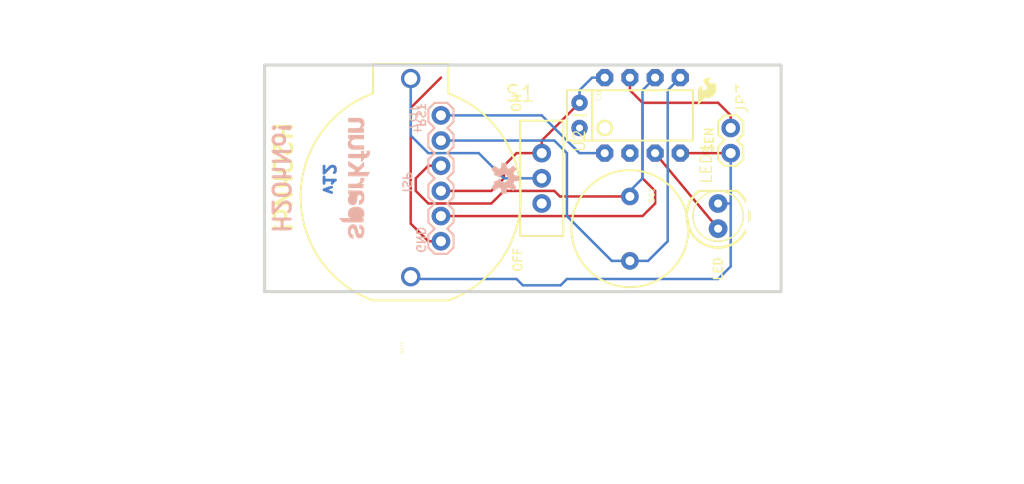
<source format=kicad_pcb>
(kicad_pcb (version 20211014) (generator pcbnew)
  (layers (0 "F.Cu" signal) (31 "B.Cu" signal) (34 "B.Paste" user) (35 "F.Paste" user) (36 "B.SilkS" user "B.Silkscreen") (37 "F.SilkS" user "F.Silkscreen") (38 "B.Mask" user) (39 "F.Mask" user) (44 "Edge.Cuts" user))
  (net 0 "")
  (net 1 "GND")
  (net 2 "VCC")
  (net 3 "RESET")
  (net 4 "D4")
  (net 5 "D3")
  (net 6 "D0")
  (net 7 "D1")
  (net 8 "D2")
  (net 9 "N$1")
  (footprint "" (layer "F.Cu") (at 171.9961 107.5436)
    (fp_text reference "@HOLE5" hide)
    (fp_text value "" (at 0 0) (layer "F.SilkS") (effects (font (size 1.27 1.27))))
    (pad "" np_thru_hole circle (at 0 0) (size 2.032 2.032) (drill 2.032) (layers *.Cu *.Mask))
  )
  (footprint "boardEagle:STAND-OFF" (layer "F.Cu") (at 171.9961 96.1136)
    (fp_text reference "STANDOFF3" hide)
    (fp_text value "STAND-OFF" hide)
    (pad "" np_thru_hole circle (at 0 0) (size 3.302 3.302) (drill 3.302) (layers *.Cu *.Mask))
  )
  (footprint "boardEagle:CAP-PTH-SMALL2" (layer "F.Cu") (at 154.2161 97.3836 -90)
    (fp_text reference "C6" (at -1.27 -1.905 90) (layer "F.SilkS") (effects (font (size 0.564733 0.564733) (thickness 0.044867)) (justify right)))
    (fp_text value "0.1uF" hide)
    (fp_line (start 1.27 -0.635) (end 1.27 0.635) (layer "F.SilkS") (width 0.2032))
    (fp_line (start -1.27 -1.27) (end 3.81 -1.27) (layer "F.SilkS") (width 0.2032))
    (fp_line (start -1.27 1.27) (end -1.27 -1.27) (layer "F.SilkS") (width 0.2032))
    (fp_line (start 3.81 1.27) (end -1.27 1.27) (layer "F.SilkS") (width 0.2032))
    (fp_line (start 3.81 -1.27) (end 3.81 1.27) (layer "F.SilkS") (width 0.2032))
    (pad "1" thru_hole circle (at 0 0 270) (size 1.651 1.651) (drill 0.7) (layers *.Cu *.Mask) (net 2 "VCC"))
    (pad "2" thru_hole circle (at 2.54 0 270) (size 1.651 1.651) (drill 0.7) (layers *.Cu *.Mask) (net 1 "GND"))
  )
  (footprint "boardEagle:DIP08" (layer "F.Cu") (at 160.5661 98.6536)
    (fp_text reference "U2" (at -5.715 3.81 90) (layer "F.SilkS") (effects (font (size 1.143 1.143) (thickness 0.127)) (justify left bottom)))
    (fp_text value "TINY85-20-DIP")
    (fp_line (start -5.08 -2.54) (end -5.08 1.524) (layer "F.SilkS") (width 0.2032))
    (fp_line (start -5.08 2.54) (end -5.08 1.524) (layer "F.SilkS") (width 0.2032))
    (fp_line (start 5.08 -2.54) (end 5.08 2.54) (layer "F.SilkS") (width 0.2032))
    (fp_line (start -5.08 2.54) (end 5.08 2.54) (layer "F.SilkS") (width 0.2032))
    (fp_line (start -5.08 -2.54) (end 5.08 -2.54) (layer "F.SilkS") (width 0.2032))
    (fp_line (start -5.08 1.524) (end -5.08 1.016) (layer "F.SilkS") (width 0.2032))
    (fp_circle (center -3.81 1.27) (end -3.0916 1.27) (layer "F.SilkS") (width 0.254) (fill none))
    (pad "1" thru_hole roundrect (at -3.81 3.81) (size 1.7272 1.7272) (drill 0.8128) (layers *.Cu *.Mask) (chamfer_ratio 0.2928932188) (chamfer top_left top_right bottom_left bottom_right) (net 3 "RESET"))
    (pad "2" thru_hole roundrect (at -1.27 3.81) (size 1.7272 1.7272) (drill 0.8128) (layers *.Cu *.Mask) (chamfer_ratio 0.2928932188) (chamfer top_left top_right bottom_left bottom_right) (net 5 "D3"))
    (pad "3" thru_hole roundrect (at 1.27 3.81) (size 1.7272 1.7272) (drill 0.8128) (layers *.Cu *.Mask) (chamfer_ratio 0.2928932188) (chamfer top_left top_right bottom_left bottom_right) (net 4 "D4"))
    (pad "4" thru_hole roundrect (at 3.81 3.81) (size 1.7272 1.7272) (drill 0.8128) (layers *.Cu *.Mask) (chamfer_ratio 0.2928932188) (chamfer top_left top_right bottom_left bottom_right) (net 1 "GND"))
    (pad "5" thru_hole roundrect (at 3.81 -3.81) (size 1.7272 1.7272) (drill 0.8128) (layers *.Cu *.Mask) (chamfer_ratio 0.2928932188) (chamfer top_left top_right bottom_left bottom_right) (net 6 "D0"))
    (pad "6" thru_hole roundrect (at 1.27 -3.81) (size 1.7272 1.7272) (drill 0.8128) (layers *.Cu *.Mask) (chamfer_ratio 0.2928932188) (chamfer top_left top_right bottom_left bottom_right) (net 7 "D1"))
    (pad "7" thru_hole roundrect (at -1.27 -3.81) (size 1.7272 1.7272) (drill 0.8128) (layers *.Cu *.Mask) (chamfer_ratio 0.2928932188) (chamfer top_left top_right bottom_left bottom_right) (net 8 "D2"))
    (pad "8" thru_hole roundrect (at -3.81 -3.81) (size 1.7272 1.7272) (drill 0.8128) (layers *.Cu *.Mask) (chamfer_ratio 0.2928932188) (chamfer top_left top_right bottom_left bottom_right) (net 2 "VCC"))
  )
  (footprint "boardEagle:SWITCH-SPDT" (layer "F.Cu") (at 150.4061 105.0036)
    (fp_text reference "S1" (at -3.81 -7.62) (layer "F.SilkS") (effects (font (size 1.6002 1.6002) (thickness 0.1778)) (justify left bottom)))
    (fp_text value "Power")
    (fp_line (start 2.175 5.815) (end 2.175 -5.815) (layer "F.SilkS") (width 0.2032))
    (fp_line (start -2.175 -5.815) (end -2.175 5.815) (layer "F.SilkS") (width 0.2032))
    (fp_line (start -2.175 5.815) (end 2.175 5.815) (layer "F.SilkS") (width 0.2032))
    (fp_line (start 2.175 -5.815) (end -2.175 -5.815) (layer "F.SilkS") (width 0.2032))
    (pad "1" thru_hole circle (at 0 -2.54) (size 1.8796 1.8796) (drill 1.016) (layers *.Cu *.Mask) (net 2 "VCC"))
    (pad "2" thru_hole circle (at 0 0) (size 1.8796 1.8796) (drill 1.016) (layers *.Cu *.Mask) (net 9 "N$1"))
    (pad "3" thru_hole circle (at 0 2.54) (size 1.8796 1.8796) (drill 1.016) (layers *.Cu *.Mask))
  )
  (footprint "boardEagle:LED5MM" (layer "F.Cu") (at 168.1861 108.8136 90)
    (fp_text reference "LED1" (at 3.175 -0.5334 90) (layer "F.SilkS") (effects (font (size 1.143 1.143) (thickness 0.127)) (justify left bottom)))
    (fp_text value "")
    (fp_line (start 2.54 1.905) (end 2.54 -1.905) (layer "F.SilkS") (width 0.2032))
    (fp_arc (start 2.54 1.905) (mid -3.175 0) (end 2.54 -1.905) (layer "F.SilkS") (width 0.254))
    (fp_circle (center 0 0) (end 2.54 0) (layer "F.SilkS") (width 0.1524) (fill none))
    (pad "A" thru_hole circle (at -1.27 0 90) (size 1.8796 1.8796) (drill 0.8128) (layers *.Cu *.Mask) (net 4 "D4"))
    (pad "K" thru_hole circle (at 1.27 0 90) (size 1.8796 1.8796) (drill 0.8128) (layers *.Cu *.Mask) (net 1 "GND"))
  )
  (footprint "boardEagle:STAND-OFF" (layer "F.Cu") (at 125.0061 113.8936)
    (fp_text reference "STANDOFF1" hide)
    (fp_text value "STAND-OFF" hide)
    (pad "" np_thru_hole circle (at 0 0) (size 3.302 3.302) (drill 3.302) (layers *.Cu *.Mask))
  )
  (footprint "" (layer "F.Cu") (at 171.9961 110.0836)
    (fp_text reference "@HOLE4" hide)
    (fp_text value "" (at 0 0) (layer "F.SilkS") (effects (font (size 1.27 1.27))))
    (pad "" np_thru_hole circle (at 0 0) (size 2.032 2.032) (drill 2.032) (layers *.Cu *.Mask))
  )
  (footprint "boardEagle:STAND-OFF" (layer "F.Cu") (at 171.9961 113.8936)
    (fp_text reference "STANDOFF4" hide)
    (fp_text value "STAND-OFF" hide)
    (pad "" np_thru_hole circle (at 0 0) (size 3.302 3.302) (drill 3.302) (layers *.Cu *.Mask))
  )
  (footprint "" (layer "F.Cu") (at 171.9961 99.9236)
    (fp_text reference "@HOLE2" hide)
    (fp_text value "" (at 0 0) (layer "F.SilkS") (effects (font (size 1.27 1.27))))
    (pad "" np_thru_hole circle (at 0 0) (size 2.032 2.032) (drill 2.032) (layers *.Cu *.Mask))
  )
  (footprint "boardEagle:CREATIVE_COMMONS" (layer "F.Cu") (at 116.1161 135.4836)
    (fp_text reference "FRAME2" hide)
    (fp_text value "FRAME-LETTER" hide)
  )
  (footprint "boardEagle:BUZZER-12MM" (layer "F.Cu") (at 159.2961 110.0836 -90)
    (fp_text reference "SG1" (at -2.54 -2.54 -90) (layer "F.SilkS") (effects (font (size 0.54864 0.54864) (thickness 0.06096)) (justify left bottom)))
    (fp_text value "Buzzer")
    (fp_circle (center 0 0) (end 5.9 0) (layer "F.SilkS") (width 0.2032) (fill none))
    (pad "+" thru_hole circle (at 3.25 0 270) (size 1.778 1.778) (drill 0.9) (layers *.Cu *.Mask) (net 6 "D0"))
    (pad "-" thru_hole circle (at -3.25 0 270) (size 1.778 1.778) (drill 0.9) (layers *.Cu *.Mask) (net 7 "D1"))
  )
  (footprint "boardEagle:1X02" (layer "F.Cu") (at 169.4561 99.9236 -90)
    (fp_text reference "JP3" (at -1.3462 -1.8288 -90) (layer "F.SilkS") (effects (font (size 1.143 1.143) (thickness 0.127)) (justify left bottom)))
    (fp_text value "Water Sensor")
    (fp_line (start 0.635 -1.27) (end 1.27 -0.635) (layer "F.SilkS") (width 0.2032))
    (fp_line (start 3.175 -1.27) (end 3.81 -0.635) (layer "F.SilkS") (width 0.2032))
    (fp_line (start 1.905 1.27) (end 1.27 0.635) (layer "F.SilkS") (width 0.2032))
    (fp_line (start -1.27 -0.635) (end -1.27 0.635) (layer "F.SilkS") (width 0.2032))
    (fp_line (start 1.27 0.635) (end 0.635 1.27) (layer "F.SilkS") (width 0.2032))
    (fp_line (start 1.905 -1.27) (end 3.175 -1.27) (layer "F.SilkS") (width 0.2032))
    (fp_line (start 3.81 0.635) (end 3.175 1.27) (layer "F.SilkS") (width 0.2032))
    (fp_line (start 0.635 1.27) (end -0.635 1.27) (layer "F.SilkS") (width 0.2032))
    (fp_line (start -0.635 -1.27) (end -1.27 -0.635) (layer "F.SilkS") (width 0.2032))
    (fp_line (start 3.81 -0.635) (end 3.81 0.635) (layer "F.SilkS") (width 0.2032))
    (fp_line (start 1.27 -0.635) (end 1.905 -1.27) (layer "F.SilkS") (width 0.2032))
    (fp_line (start 3.175 1.27) (end 1.905 1.27) (layer "F.SilkS") (width 0.2032))
    (fp_line (start -0.635 -1.27) (end 0.635 -1.27) (layer "F.SilkS") (width 0.2032))
    (fp_line (start -1.27 0.635) (end -0.635 1.27) (layer "F.SilkS") (width 0.2032))
    (pad "1" thru_hole circle (at 0 0) (size 1.8796 1.8796) (drill 1.016) (layers *.Cu *.Mask) (net 8 "D2"))
    (pad "2" thru_hole circle (at 2.54 0) (size 1.8796 1.8796) (drill 1.016) (layers *.Cu *.Mask) (net 1 "GND"))
  )
  (footprint "" (layer "F.Cu") (at 171.9961 102.4636)
    (fp_text reference "@HOLE3" hide)
    (fp_text value "" (at 0 0) (layer "F.SilkS") (effects (font (size 1.27 1.27))))
    (pad "" np_thru_hole circle (at 0 0) (size 2.032 2.032) (drill 2.032) (layers *.Cu *.Mask))
  )
  (footprint "" (layer "F.Cu") (at 150.6601 113.2586)
    (fp_text reference "@HOLE1" hide)
    (fp_text value "" (at 0 0) (layer "F.SilkS") (effects (font (size 1.27 1.27))))
    (pad "" np_thru_hole circle (at 0 0) (size 3.175 3.175) (drill 3.175) (layers *.Cu *.Mask))
  )
  (footprint "boardEagle:BATTCOM_20MM_PTH" (layer "F.Cu") (at 137.1981 106.7816 90)
    (fp_text reference "BAT1" (at -15.985 -0.635 90) (layer "F.SilkS") (effects (font (size 0.373888 0.373888) (thickness 0.032512)) (justify left bottom)))
    (fp_text value "")
    (fp_line (start 10.34 -3.8) (end 13.32 -3.8) (layer "F.SilkS") (width 0.2032))
    (fp_line (start 13.32 3.8) (end 10.34 3.8) (layer "F.SilkS") (width 0.2032))
    (fp_line (start 13.32 -3.8) (end 13.32 3.8) (layer "F.SilkS") (width 0.2032))
    (fp_line (start -10.54 -3.8) (end -10.54 3.8) (layer "F.SilkS") (width 0.2032))
    (fp_arc (start -10.54 -3.8) (mid -0.1 -11.100449) (end 10.34 -3.8) (layer "F.SilkS") (width 0.2032))
    (fp_arc (start 10.34 3.8) (mid -0.1 11.100449) (end -10.54 3.8) (layer "F.SilkS") (width 0.2032))
    (pad "1" thru_hole circle (at 11.85 0 180) (size 1.95 1.95) (drill 1.3) (layers *.Cu *.Mask) (net 9 "N$1"))
    (pad "2" thru_hole circle (at -8.15 0 180) (size 1.95 1.95) (drill 1.3) (layers *.Cu *.Mask) (net 1 "GND"))
  )
  (footprint "" (layer "F.Cu") (at 150.6601 96.1136)
    (fp_text reference "@HOLE0" hide)
    (fp_text value "" (at 0 0) (layer "F.SilkS") (effects (font (size 1.27 1.27))))
    (pad "" np_thru_hole circle (at 0 0) (size 3.175 3.175) (drill 3.175) (layers *.Cu *.Mask))
  )
  (footprint "boardEagle:SFE-LOGO-FLAME" (layer "F.Cu") (at 166.1541 97.6376)
    (fp_text reference "U$1" hide)
    (fp_text value "LOGO-SFESK" hide)
    (fp_poly (pts (xy 1.126002 -2.808203) (xy 1.215449 -2.785829) (xy 1.228477 -2.780783) (xy 1.240149 -2.774875) (xy 1.25686 -2.766576) (xy 1.275552 -2.759834) (xy 1.371694 -2.7026) (xy 1.3793 -2.7026) (xy 1.3793 -2.6772) (xy 1.306833 -2.6772) (xy 1.208418 -2.657914) (xy 1.074855 -2.495286) (xy 1.079365 -2.436825) (xy 1.12809 -2.341869) (xy 1.204666 -2.265196) (xy 1.294069 -2.200638) (xy 1.369348 -2.168824) (xy 1.450737 -2.171632) (xy 1.458864 -2.174186) (xy 1.466257 -2.177389) (xy 1.530514 -2.236956) (xy 1.5368 -2.259812) (xy 1.5368 -2.377938) (xy 1.763707 -2.148127) (xy 1.868186 -1.856841) (xy 1.871603 -1.856894) (xy 1.87806 -1.650435) (xy 1.848857 -1.45742) (xy 1.785308 -1.272842) (xy 1.6663 -1.061578) (xy 1.6663 -1.080581) (xy 1.378131 -0.80901) (xy 0.982239 -0.6985) (xy 0.753005 -0.6985) (xy 0.716201 -0.692046) (xy 0.681776 -0.679592) (xy 0.496322 -0.541784) (xy -0.0126 0.03091) (xy -0.0126 -1.52077) (xy 0.060004 -1.761967) (xy 0.168295 -1.865489) (xy 0.307122 -1.917522) (xy 0.4039 -1.925089) (xy 0.499384 -1.917623) (xy 0.55991 -1.908099) (xy 0.557788 -1.884433) (xy 0.522216 -1.885242) (xy 0.501784 -1.876141) (xy 0.420519 -1.817154) (xy 0.400722 -1.79067) (xy 0.390395 -1.7285) (xy 0.400905 -1.665229) (xy 0.421405 -1.625174) (xy 0.452343 -1.592685) (xy 0.546535 -1.54355) (xy 0.652229 -1.531742) (xy 0.742768 -1.550084) (xy 0.82422 -1.589656) (xy 0.92203 -1.754659) (xy 0.907706 -1.848844) (xy 0.850914 -1.930401) (xy 0.584707 -2.263237) (xy 0.561667 -2.510855) (xy 0.627495 -2.621556) (xy 0.629042 -2.623103) (xy 0.778901 -2.74712) (xy 1.032676 -2.817064)) (layer "F.SilkS") (width 0) (fill solid))
  )
  (footprint "boardEagle:STAND-OFF" (layer "F.Cu") (at 125.0061 96.1136)
    (fp_text reference "STANDOFF2" hide)
    (fp_text value "STAND-OFF" hide)
    (pad "" np_thru_hole circle (at 0 0) (size 3.302 3.302) (drill 3.302) (layers *.Cu *.Mask))
  )
  (footprint "boardEagle:OSHW-LOGO-S" (layer "B.Cu") (at 146.5961 105.0036 90)
    (fp_text reference "U$4" hide)
    (fp_text value "OSHW-LOGOS" hide)
    (fp_poly (pts (xy 0.301647 1.061351) (xy 0.42347 1.022344) (xy 0.537177 0.963769) (xy 0.92862 1.282946) (xy 1.282946 0.92862) (xy 0.961035 0.533823) (xy 1.057046 0.302084) (xy 1.5638 0.250561) (xy 1.5638 -0.250561) (xy 1.057046 -0.302084) (xy 0.961035 -0.533823) (xy 1.282946 -0.92862) (xy 0.92862 -1.282946) (xy 0.537177 -0.96377) (xy 0.356601 -1.056794) (xy 0.088679 -0.410073) (xy 0.326262 -0.2176) (xy 0.373649 -0.121468) (xy 0.392729 -0.010339) (xy 0.379464 0.101634) (xy 0.334947 0.205229) (xy 0.262842 0.291918) (xy 0.169087 0.354561) (xy 0.061406 0.387999) (xy -0.051342 0.38948) (xy -0.159868 0.358881) (xy -0.255234 0.298724) (xy -0.329589 0.213962) (xy -0.376813 0.111569) (xy -0.392176 0.005767) (xy -0.322923 -0.222565) (xy -0.249312 -0.303773) (xy 0.091677 -0.5081) (xy -0.12929 -0.5081) (xy -0.355332 -1.053732) (xy -0.506597 -0.983577) (xy -0.538922 -0.965192) (xy -0.92862 -1.282946) (xy -1.282946 -0.92862) (xy -0.961035 -0.533823) (xy -1.057046 -0.302084) (xy -1.5638 -0.250561) (xy -1.5638 0.250561) (xy -1.057046 0.302084) (xy -0.961035 0.533823) (xy -1.282946 0.92862) (xy -0.92862 1.282946) (xy -0.533823 0.961035) (xy -0.302084 1.057046) (xy -0.250561 1.5638) (xy 0.250561 1.5638)) (layer "B.SilkS") (width 0) (fill solid))
  )
  (footprint "boardEagle:1X06" (layer "B.Cu") (at 140.2461 98.6536 -90)
    (fp_text reference "JP4" (at -1.3462 1.8288 90) (layer "B.SilkS") (effects (font (size 1.143 1.143) (thickness 0.127)) (justify left bottom mirror)))
    (fp_text value "ISP")
    (fp_line (start 6.35 -0.635) (end 6.985 -1.27) (layer "B.SilkS") (width 0.2032))
    (fp_line (start 13.97 0.635) (end 13.97 -0.635) (layer "B.SilkS") (width 0.2032))
    (fp_line (start -1.27 0.635) (end -1.27 -0.635) (layer "B.SilkS") (width 0.2032))
    (fp_line (start -0.635 1.27) (end -1.27 0.635) (layer "B.SilkS") (width 0.2032))
    (fp_line (start 13.335 1.27) (end 13.97 0.635) (layer "B.SilkS") (width 0.2032))
    (fp_line (start 12.065 1.27) (end 13.335 1.27) (layer "B.SilkS") (width 0.2032))
    (fp_line (start 4.445 1.27) (end 5.715 1.27) (layer "B.SilkS") (width 0.2032))
    (fp_line (start 5.715 1.27) (end 6.35 0.635) (layer "B.SilkS") (width 0.2032))
    (fp_line (start 10.795 -1.27) (end 9.525 -1.27) (layer "B.SilkS") (width 0.2032))
    (fp_line (start 6.985 1.27) (end 8.255 1.27) (layer "B.SilkS") (width 0.2032))
    (fp_line (start -1.27 -0.635) (end -0.635 -1.27) (layer "B.SilkS") (width 0.2032))
    (fp_line (start 1.27 0.635) (end 1.905 1.27) (layer "B.SilkS") (width 0.2032))
    (fp_line (start 9.525 -1.27) (end 8.89 -0.635) (layer "B.SilkS") (width 0.2032))
    (fp_line (start 13.335 -1.27) (end 12.065 -1.27) (layer "B.SilkS") (width 0.2032))
    (fp_line (start 9.525 1.27) (end 10.795 1.27) (layer "B.SilkS") (width 0.2032))
    (fp_line (start 8.255 -1.27) (end 6.985 -1.27) (layer "B.SilkS") (width 0.2032))
    (fp_line (start 11.43 0.635) (end 12.065 1.27) (layer "B.SilkS") (width 0.2032))
    (fp_line (start -0.635 1.27) (end 0.635 1.27) (layer "B.SilkS") (width 0.2032))
    (fp_line (start 0.635 1.27) (end 1.27 0.635) (layer "B.SilkS") (width 0.2032))
    (fp_line (start 10.795 1.27) (end 11.43 0.635) (layer "B.SilkS") (width 0.2032))
    (fp_line (start 8.89 0.635) (end 9.525 1.27) (layer "B.SilkS") (width 0.2032))
    (fp_line (start 12.065 -1.27) (end 11.43 -0.635) (layer "B.SilkS") (width 0.2032))
    (fp_line (start 8.89 -0.635) (end 8.255 -1.27) (layer "B.SilkS") (width 0.2032))
    (fp_line (start 8.255 1.27) (end 8.89 0.635) (layer "B.SilkS") (width 0.2032))
    (fp_line (start 11.43 -0.635) (end 10.795 -1.27) (layer "B.SilkS") (width 0.2032))
    (fp_line (start 4.445 -1.27) (end 3.81 -0.635) (layer "B.SilkS") (width 0.2032))
    (fp_line (start 6.35 -0.635) (end 5.715 -1.27) (layer "B.SilkS") (width 0.2032))
    (fp_line (start 1.27 -0.635) (end 0.635 -1.27) (layer "B.SilkS") (width 0.2032))
    (fp_line (start 13.97 -0.635) (end 13.335 -1.27) (layer "B.SilkS") (width 0.2032))
    (fp_line (start 3.81 -0.635) (end 3.175 -1.27) (layer "B.SilkS") (width 0.2032))
    (fp_line (start 0.635 -1.27) (end -0.635 -1.27) (layer "B.SilkS") (width 0.2032))
    (fp_line (start 3.175 -1.27) (end 1.905 -1.27) (layer "B.SilkS") (width 0.2032))
    (fp_line (start 3.81 0.635) (end 4.445 1.27) (layer "B.SilkS") (width 0.2032))
    (fp_line (start 3.175 1.27) (end 3.81 0.635) (layer "B.SilkS") (width 0.2032))
    (fp_line (start 5.715 -1.27) (end 4.445 -1.27) (layer "B.SilkS") (width 0.2032))
    (fp_line (start 1.905 1.27) (end 3.175 1.27) (layer "B.SilkS") (width 0.2032))
    (fp_line (start 1.905 -1.27) (end 1.27 -0.635) (layer "B.SilkS") (width 0.2032))
    (fp_line (start 6.985 1.27) (end 6.35 0.635) (layer "B.SilkS") (width 0.2032))
    (pad "1" thru_hole circle (at 0 0 180) (size 1.8796 1.8796) (drill 1.016) (layers *.Cu *.Mask) (net 3 "RESET"))
    (pad "2" thru_hole circle (at 2.54 0 180) (size 1.8796 1.8796) (drill 1.016) (layers *.Cu *.Mask) (net 6 "D0"))
    (pad "3" thru_hole circle (at 5.08 0 180) (size 1.8796 1.8796) (drill 1.016) (layers *.Cu *.Mask) (net 7 "D1"))
    (pad "4" thru_hole circle (at 7.62 0 180) (size 1.8796 1.8796) (drill 1.016) (layers *.Cu *.Mask) (net 2 "VCC"))
    (pad "5" thru_hole circle (at 10.16 0 180) (size 1.8796 1.8796) (drill 1.016) (layers *.Cu *.Mask) (net 8 "D2"))
    (pad "6" thru_hole circle (at 12.7 0 180) (size 1.8796 1.8796) (drill 1.016) (layers *.Cu *.Mask) (net 1 "GND"))
  )
  (footprint "boardEagle:SFE-NEW-WEB" (layer "B.Cu") (at 129.9591 111.0996 90)
    (fp_text reference "U$5" hide)
    (fp_text value "LOGO-SFENW2" hide)
    (fp_line (start 10.7163 2.5171) (end 11.1201 2.5171) (layer "B.SilkS") (width 0.0254))
    (fp_line (start 11.1201 2.2962) (end 11.1277 2.2962) (layer "B.SilkS") (width 0.0254))
    (fp_line (start 12.1818 0.955) (end 11.7729 0.955) (layer "B.SilkS") (width 0.0254))
    (fp_line (start 11.1379 0.9449) (end 10.7163 0.9449) (layer "B.SilkS") (width 0.0254))
    (fp_line (start 11.7729 0.955) (end 11.7729 1.9202) (layer "B.SilkS") (width 0.0254))
    (fp_line (start 12.1818 2.0091) (end 12.1818 0.955) (layer "B.SilkS") (width 0.0254))
    (fp_line (start 10.7163 0.9449) (end 10.7163 2.5171) (layer "B.SilkS") (width 0.0254))
    (fp_line (start 11.1379 1.8136) (end 11.1379 0.9449) (layer "B.SilkS") (width 0.0254))
    (fp_line (start 11.1201 2.5171) (end 11.1201 2.2962) (layer "B.SilkS") (width 0.0254))
    (fp_arc (start 12.0345 2.425699) (mid 11.911985 2.51116) (end 11.7678 2.5502) (layer "B.SilkS") (width 0.0254))
    (fp_arc (start 11.2725 2.446) (mid 11.226399 2.404414) (end 11.1862 2.3571) (layer "B.SilkS") (width 0.0254))
    (fp_arc (start 11.5976 2.2276) (mid 11.565101 2.235925) (end 11.5316 2.2377) (layer "B.SilkS") (width 0.0254))
    (fp_arc (start 11.1379 1.8821) (mid 11.137681 1.84785) (end 11.1379 1.8136) (layer "B.SilkS") (width 0.0254))
    (fp_arc (start 11.4198 2.2327) (mid 11.334441 2.214452) (end 11.259799 2.1692) (layer "B.SilkS") (width 0.0254))
    (fp_arc (start 12.1818 2.0091) (mid 12.172765 2.122002) (end 12.1488 2.2327) (layer "B.SilkS") (width 0.0254))
    (fp_arc (start 11.7145 2.1311) (mid 11.664346 2.1894) (end 11.5976 2.2276) (layer "B.SilkS") (width 0.0254))
    (fp_arc (start 11.7678 2.5502) (mid 11.667584 2.556058) (end 11.5672 2.5552) (layer "B.SilkS") (width 0.0254))
    (fp_arc (start 11.2598 2.1692) (mid 11.206137 2.110016) (end 11.1684 2.0396) (layer "B.SilkS") (width 0.0254))
    (fp_arc (start 11.1684 2.0396) (mid 11.146105 1.962214) (end 11.1379 1.8821) (layer "B.SilkS") (width 0.0254))
    (fp_arc (start 11.5672 2.5552) (mid 11.411238 2.523841) (end 11.2725 2.446) (layer "B.SilkS") (width 0.0254))
    (fp_arc (start 12.1488 2.232699) (mid 12.104013 2.336521) (end 12.0345 2.4257) (layer "B.SilkS") (width 0.0254))
    (fp_arc (start 11.1455 2.3038) (mid 11.152103 2.311188) (end 11.1582 2.319) (layer "B.SilkS") (width 0.0254))
    (fp_arc (start 11.1277 2.2962) (mid 11.137379 2.298176) (end 11.1455 2.3038) (layer "B.SilkS") (width 0.0254))
    (fp_arc (start 11.7729 1.9202) (mid 11.758038 2.02962) (end 11.7145 2.1311) (layer "B.SilkS") (width 0.0254))
    (fp_arc (start 11.4198 2.2327) (mid 11.475702 2.235165) (end 11.5316 2.2377) (layer "B.SilkS") (width 0.0254))
    (fp_arc (start 11.1862 2.3571) (mid 11.172158 2.338081) (end 11.1582 2.319) (layer "B.SilkS") (width 0.0254))
    (fp_poly (pts (xy 8.809435 3.119895) (xy 8.875117 3.1166) (xy 8.89 3.1166) (xy 8.89 2.7889) (xy 8.869112 2.7889) (xy 8.841108 2.7915) (xy 8.660351 2.7915) (xy 8.587936 2.740064) (xy 8.571192 2.699602) (xy 8.5649 2.653436) (xy 8.5649 2.5273) (xy 8.8621 2.5273) (xy 8.8621 2.2352) (xy 8.5623 2.2352) (xy 8.5623 0.9322) (xy 8.1204 0.9322) (xy 8.1204 2.232779) (xy 7.70383 2.235391) (xy 7.995739 2.5273) (xy 8.1255 2.5273) (xy 8.1255 2.560826) (xy 8.143432 2.77702) (xy 8.219199 2.938937) (xy 8.324367 3.032939) (xy 8.449534 3.095959) (xy 8.586403 3.1242) (xy 8.743112 3.1242)) (layer "B.SilkS") (width 0) (fill solid))
    (fp_poly (pts (xy 9.4234 1.520809) (xy 9.472888 1.359974) (xy 9.516069 1.308185) (xy 9.573108 1.271734) (xy 9.714103 1.241374) (xy 9.853529 1.268908) (xy 10.003067 1.442966) (xy 10.033 1.684784) (xy 10.033 2.5273) (xy 10.48 2.5273) (xy 10.48 0.9398) (xy 10.0533 0.9398) (xy 10.0533 1.159713) (xy 9.961626 1.051965) (xy 9.823848 0.946774) (xy 9.797269 0.933513) (xy 9.76873 0.924761) (xy 9.46843 0.899096) (xy 9.311419 0.929258) (xy 9.173895 1.0008) (xy 9.172522 1.0008) (xy 9.155194 1.014756) (xy 9.141833 1.028106) (xy 9.055991 1.150842) (xy 9.0022 1.291099) (xy 8.984 1.439423) (xy 8.984 2.5324) (xy 9.4234 2.5324)) (layer "B.SilkS") (width 0) (fill solid))
    (fp_poly (pts (xy 0.803285 2.567895) (xy 0.944243 2.553799) (xy 1.081508 2.516334) (xy 1.193542 2.461399) (xy 1.291841 2.383865) (xy 1.357039 2.297824) (xy 1.377068 2.257603) (xy 1.393653 2.216867) (xy 1.417283 2.151914) (xy 1.353784 2.105111) (xy 1.152335 2.254241) (xy 0.736496 2.387002) (xy 0.372563 2.277101) (xy 0.417885 2.019712) (xy 1.241556 1.540676) (xy 1.263422 1.497067) (xy 1.147655 1.152457) (xy 0.724605 1.058492) (xy -0.038666 1.4605) (xy 0.4115 1.4605) (xy 0.4115 1.443466) (xy 0.420402 1.369907) (xy 0.454647 1.305856) (xy 0.524204 1.243359) (xy 0.610838 1.206018) (xy 0.637726 1.200933) (xy 0.665996 1.198897) (xy 0.7328 1.198389) (xy 0.79791 1.198884) (xy 0.968129 1.258019) (xy 1.007666 1.302193) (xy 1.028603 1.358428) (xy 1.025789 1.425439) (xy 0.995864 1.485288) (xy 0.943734 1.527918) (xy 0.715431 1.605731) (xy 0.533161 1.644154) (xy 0.351479 1.692254) (xy 0.230117 1.743632) (xy 0.122357 1.822697) (xy 0.0457 1.960096) (xy 0.0457 1.963141) (xy 0.038572 2.135467) (xy 0.0838 2.300409) (xy 0.0838 2.303445) (xy 0.206233 2.444416) (xy 0.620397 2.567885) (xy 0.71245 2.568634)) (layer "B.SilkS") (width 0) (fill solid))
    (fp_poly (pts (xy 6.7335 1.97376) (xy 7.284539 2.5248) (xy 7.78835 2.5248) (xy 7.197009 1.946483) (xy 7.869909 0.937183) (xy 7.330929 0.939835) (xy 6.903958 1.643716) (xy 6.7386 1.483032) (xy 6.7386 0.9296) (xy 6.306639 0.9296) (xy 6.2941 0.942139) (xy 6.2941 2.887776) (xy 6.7335 3.138467)) (layer "B.SilkS") (width 0) (fill solid))
    (fp_poly (pts (xy 11.770768 2.56283) (xy 12.043428 2.435548) (xy 12.160999 2.237024) (xy 12.1945 2.010032) (xy 12.1945 0.9423) (xy 11.7602 0.9423) (xy 11.7602 1.918474) (xy 11.70302 2.124971) (xy 11.656141 2.179464) (xy 11.593345 2.215403) (xy 11.53092 2.224956) (xy 11.476269 2.222478) (xy 11.422495 2.220106) (xy 11.268 2.158791) (xy 11.18035 2.034508) (xy 11.1506 1.880883) (xy 11.1506 0.9322) (xy 10.7036 0.9322) (xy 10.7036 2.5298) (xy 11.1328 2.5298) (xy 11.1328 2.310454) (xy 11.136857 2.313263) (xy 11.148195 2.326834) (xy 11.161924 2.345602) (xy 11.176241 2.364992) (xy 11.217267 2.413279) (xy 11.265048 2.456381) (xy 11.406772 2.535896) (xy 11.566093 2.567932)) (layer "B.SilkS") (width 0) (fill solid))
    (fp_poly (pts (xy 6.1316 2.557116) (xy 6.1316 2.1463) (xy 6.115783 2.1463) (xy 6.10653 2.147054) (xy 6.097893 2.149211) (xy 6.068387 2.157247) (xy 6.038922 2.161538) (xy 5.96265 2.16474) (xy 5.887609 2.16159) (xy 5.731931 2.107297) (xy 5.637642 2.018651) (xy 5.577302 1.903423) (xy 5.5499 1.736362) (xy 5.5499 0.9423) (xy 5.107878 0.9423) (xy 5.110519 2.454146) (xy 5.522 2.527255) (xy 5.522 2.234211) (xy 5.526569 2.235704) (xy 5.544428 2.262537) (xy 5.578841 2.314524) (xy 5.613758 2.367854) (xy 5.686736 2.438162) (xy 5.778008 2.498223) (xy 5.979984 2.565515)) (layer "B.SilkS") (width 0) (fill solid))
    (fp_poly (pts (xy 4.444983 2.544915) (xy 4.588724 2.501712) (xy 4.72259 2.430523) (xy 4.844814 2.271666) (xy 4.859671 2.1819) (xy 4.8616 2.1819) (xy 4.8616 1.6891) (xy 4.864173 1.6891) (xy 4.861603 1.242544) (xy 4.871819 1.108765) (xy 4.906709 0.979276) (xy 4.920484 0.9423) (xy 4.495275 0.9423) (xy 4.477494 0.951279) (xy 4.472002 0.970735) (xy 4.468249 0.985133) (xy 4.446292 1.084946) (xy 4.440321 1.089528) (xy 4.438946 1.088886) (xy 4.309064 0.98859) (xy 4.153188 0.927249) (xy 3.824183 0.906712) (xy 3.683825 0.938256) (xy 3.554173 1.000134) (xy 3.486826 1.05665) (xy 3.437273 1.130532) (xy 3.3807 1.444163) (xy 3.3807 1.446675) (xy 3.401941 1.543624) (xy 3.446308 1.632822) (xy 3.527788 1.722902) (xy 3.632416 1.784766) (xy 3.937258 1.861632) (xy 4.048648 1.873601) (xy 4.159032 1.884616) (xy 4.224808 1.893434) (xy 4.289167 1.907055) (xy 4.336271 1.923637) (xy 4.379043 1.948303) (xy 4.407461 1.974391) (xy 4.413402 1.982997) (xy 4.4171 1.991455) (xy 4.4171 2.14983) (xy 4.358226 2.232254) (xy 4.254396 2.270917) (xy 4.188033 2.274326) (xy 4.120968 2.275774) (xy 4.006679 2.25395) (xy 3.883049 2.131716) (xy 3.8659 2.045941) (xy 3.8659 2.0295) (xy 3.429 2.0295) (xy 3.429 2.040006) (xy 3.418965 2.041638) (xy 3.439259 2.166448) (xy 3.491292 2.283494) (xy 3.571378 2.383462) (xy 3.674008 2.459597) (xy 3.791998 2.513469) (xy 3.916944 2.547448) (xy 4.18103 2.571338)) (layer "B.SilkS") (width 0) (fill solid))
    (fp_poly (pts (xy 2.834651 2.506079) (xy 2.92707 2.450683) (xy 3.011605 2.383731) (xy 3.1267 2.221709) (xy 3.1267 2.263503) (xy 3.219434 1.972794) (xy 3.236098 1.526727) (xy 3.068933 1.135798) (xy 2.975978 1.041462) (xy 2.864973 0.970996) (xy 2.740356 0.92713) (xy 2.372489 0.922) (xy 2.370226 0.922) (xy 2.254471 0.962806) (xy 2.0828 1.127587) (xy 2.0828 -0.010757) (xy 1.6434 0.385552) (xy 1.6434 2.45912) (xy 2.057593 2.537568) (xy 2.055012 2.330538) (xy 2.068304 2.345345) (xy 2.15812 2.442839) (xy 2.234107 2.497896) (xy 2.368681 2.552194) (xy 2.419192 2.562883) (xy 2.620347 2.565422)) (layer "B.SilkS") (width 0) (fill solid))
    (fp_poly (pts (xy 1.201557 2.290098) (xy 1.414074 2.156268) (xy 1.42383 2.065) (xy 1.01008 2.065) (xy 1.00135 2.126336) (xy 0.936084 2.220524) (xy 0.871818 2.257603) (xy 0.798545 2.2758) (xy 0.628591 2.2758) (xy 0.583991 2.267366) (xy 0.541641 2.251683) (xy 0.51157 2.232098) (xy 0.488615 2.205726) (xy 0.469153 2.152745) (xy 0.474605 2.097619) (xy 0.521549 2.031824) (xy 0.664468 1.962838) (xy 0.866638 1.922444) (xy 1.206678 1.822687) (xy 1.354318 1.729494) (xy 1.389578 1.692366) (xy 1.416579 1.648151) (xy 1.460229 1.440208) (xy 1.447804 1.4376) (xy 1.460484 1.436955) (xy 1.457817 1.384541) (xy 1.452657 1.33034) (xy 1.371775 1.140043) (xy 1.14885 0.969822) (xy 1.013381 0.927267) (xy 0.74708 0.904177) (xy 0.617383 0.909691) (xy 0.487493 0.922202) (xy 0.306845 0.984179) (xy 0.185213 1.061804) (xy 0.109225 1.132023) (xy 0.056988 1.2215) (xy 0.013059 1.350644) (xy 0.002577 1.410659) (xy -0.00152 1.469003) (xy 0.738195 1.10308) (xy 1.120535 1.189415) (xy 1.224069 1.497645) (xy 0.809011 1.723764) (xy 0.364394 1.98847) (xy 0.308075 2.310537) (xy 0.741882 2.423672)) (layer "B.SilkS") (width 0) (fill solid))
  )
  (gr_line (start 174.5361 93.5736) (end 122.4661 93.5736) (layer "Edge.Cuts") (width 0.3048))
  (gr_line (start 122.4661 93.5736) (end 122.4661 116.4336) (layer "Edge.Cuts") (width 0.3048))
  (gr_line (start 122.4661 116.4336) (end 174.5361 116.4336) (layer "Edge.Cuts") (width 0.3048))
  (gr_line (start 174.5361 116.4336) (end 174.5361 93.5736) (layer "Edge.Cuts") (width 0.3048))
  (gr_text "v12" (at 128.3081 106.7816 -90) (layer "B.Cu") (effects (font (size 1.13792 1.13792) (thickness 0.28448)) (justify left bottom mirror)))
  (gr_text "RST" (at 137.7061 99.9236 -90) (layer "B.SilkS") (effects (font (size 0.8636 0.8636) (thickness 0.1524)) (justify left bottom mirror)))
  (gr_text "ISP" (at 136.3091 106.5276 -90) (layer "B.SilkS") (effects (font (size 0.8636 0.8636) (thickness 0.1524)) (justify left bottom mirror)))
  (gr_text "H2OhNo!" (at 123.1011 110.7186 -90) (layer "B.SilkS") (effects (font (size 1.7272 1.7272) (thickness 0.3048)) (justify left bottom mirror)))
  (gr_text "GND" (at 137.7061 112.6236 -90) (layer "B.SilkS") (effects (font (size 0.8636 0.8636) (thickness 0.1524)) (justify left bottom mirror)))
  (gr_text "H2OhNo!" (at 123.2281 99.1616 270) (layer "F.SilkS") (effects (font (size 1.7272 1.7272) (thickness 0.3048)) (justify left bottom)))
  (gr_text "SEN" (at 167.8051 102.4636 90) (layer "F.SilkS") (effects (font (size 0.8636 0.8636) (thickness 0.1524)) (justify left bottom)))
  (gr_text "LED" (at 168.6941 115.4176 90) (layer "F.SilkS") (effects (font (size 0.8636 0.8636) (thickness 0.1524)) (justify left bottom)))
  (gr_text "ON" (at 148.3741 98.3996 90) (layer "F.SilkS") (effects (font (size 0.8636 0.8636) (thickness 0.1524)) (justify left bottom)))
  (gr_text "OFF" (at 148.5011 114.5286 90) (layer "F.SilkS") (effects (font (size 0.8636 0.8636) (thickness 0.1524)) (justify left bottom)))
  (segment (start 138.9761 111.3536) (end 140.2461 111.3536) (width 0.254) (layer "F.Cu") (net 1))
  (segment (start 137.1981 97.8916) (end 140.2461 94.8436) (width 0.254) (layer "F.Cu") (net 1))
  (segment (start 164.3761 102.4636) (end 169.4561 102.4636) (width 0.254) (layer "F.Cu") (net 1))
  (segment (start 137.1981 109.5756) (end 138.9761 111.3536) (width 0.254) (layer "F.Cu") (net 1))
  (segment (start 137.1981 109.5756) (end 137.1981 97.8916) (width 0.254) (layer "F.Cu") (net 1))
  (segment (start 147.8661 115.1636) (end 137.3251 115.1636) (width 0.254) (layer "B.Cu") (net 1))
  (segment (start 169.4561 102.4636) (end 169.4561 107.5436) (width 0.254) (layer "B.Cu") (net 1))
  (segment (start 152.9461 115.1636) (end 152.3111 115.7986) (width 0.254) (layer "B.Cu") (net 1))
  (segment (start 168.1861 107.5436) (end 169.4561 107.5436) (width 0.254) (layer "B.Cu") (net 1))
  (segment (start 148.5011 115.7986) (end 147.8661 115.1636) (width 0.254) (layer "B.Cu") (net 1))
  (segment (start 152.9461 115.1636) (end 168.1861 115.1636) (width 0.254) (layer "B.Cu") (net 1))
  (segment (start 169.4561 107.5436) (end 169.4561 113.8936) (width 0.254) (layer "B.Cu") (net 1))
  (segment (start 168.1861 115.1636) (end 169.4561 113.8936) (width 0.254) (layer "B.Cu") (net 1))
  (segment (start 152.3111 115.7986) (end 148.5011 115.7986) (width 0.254) (layer "B.Cu") (net 1))
  (segment (start 146.5961 103.7336) (end 147.8661 102.4636) (width 0.254) (layer "F.Cu") (net 2))
  (segment (start 147.8661 102.4636) (end 150.4061 102.4636) (width 0.254) (layer "F.Cu") (net 2))
  (segment (start 145.3261 106.2736) (end 146.5961 105.0036) (width 0.254) (layer "F.Cu") (net 2))
  (segment (start 146.5961 105.0036) (end 146.5961 103.7336) (width 0.254) (layer "F.Cu") (net 2))
  (segment (start 150.4061 101.1936) (end 154.2161 97.3836) (width 0.254) (layer "F.Cu") (net 2))
  (segment (start 140.2461 106.2736) (end 145.3261 106.2736) (width 0.254) (layer "F.Cu") (net 2))
  (segment (start 150.4061 102.4636) (end 150.4061 101.1936) (width 0.254) (layer "F.Cu") (net 2))
  (segment (start 154.2161 96.1136) (end 155.4861 94.8436) (width 0.254) (layer "B.Cu") (net 2))
  (segment (start 154.2161 97.3836) (end 154.2161 96.1136) (width 0.254) (layer "B.Cu") (net 2))
  (segment (start 155.4861 94.8436) (end 156.7561 94.8436) (width 0.254) (layer "B.Cu") (net 2))
  (segment (start 140.2461 98.6536) (end 150.4061 98.6536) (width 0.254) (layer "B.Cu") (net 3))
  (segment (start 150.4061 98.6536) (end 154.2161 102.4636) (width 0.254) (layer "B.Cu") (net 3))
  (segment (start 154.2161 102.4636) (end 156.7561 102.4636) (width 0.254) (layer "B.Cu") (net 3))
  (segment (start 161.8361 102.4636) (end 168.1861 110.0836) (width 0.254) (layer "F.Cu") (net 4))
  (segment (start 151.6761 101.1936) (end 152.9461 102.4636) (width 0.254) (layer "B.Cu") (net 6))
  (segment (start 152.9461 102.4636) (end 152.9461 108.8136) (width 0.254) (layer "B.Cu") (net 6))
  (segment (start 157.4661 113.3336) (end 152.9461 108.8136) (width 0.254) (layer "B.Cu") (net 6))
  (segment (start 163.1061 111.3536) (end 163.1061 96.1136) (width 0.254) (layer "B.Cu") (net 6))
  (segment (start 140.2461 101.1936) (end 151.6761 101.1936) (width 0.254) (layer "B.Cu") (net 6))
  (segment (start 161.1261 113.3336) (end 163.1061 111.3536) (width 0.254) (layer "B.Cu") (net 6))
  (segment (start 159.2961 113.3336) (end 161.1261 113.3336) (width 0.254) (layer "B.Cu") (net 6))
  (segment (start 159.2961 113.3336) (end 157.4661 113.3336) (width 0.254) (layer "B.Cu") (net 6))
  (segment (start 163.1061 96.1136) (end 164.3761 94.8436) (width 0.254) (layer "B.Cu") (net 6))
  (segment (start 152.2361 106.8336) (end 151.6761 106.2736) (width 0.254) (layer "F.Cu") (net 7))
  (segment (start 159.2961 106.8336) (end 152.2361 106.8336) (width 0.254) (layer "F.Cu") (net 7))
  (segment (start 138.9761 103.7336) (end 140.2461 103.7336) (width 0.254) (layer "F.Cu") (net 7))
  (segment (start 145.3261 107.5436) (end 138.9761 107.5436) (width 0.254) (layer "F.Cu") (net 7))
  (segment (start 138.9761 107.5436) (end 137.7061 106.2736) (width 0.254) (layer "F.Cu") (net 7))
  (segment (start 137.7061 106.2736) (end 137.7061 105.0036) (width 0.254) (layer "F.Cu") (net 7))
  (segment (start 146.5961 106.2736) (end 145.3261 107.5436) (width 0.254) (layer "F.Cu") (net 7))
  (segment (start 137.7061 105.0036) (end 138.9761 103.7336) (width 0.254) (layer "F.Cu") (net 7))
  (segment (start 151.6761 106.2736) (end 146.5961 106.2736) (width 0.254) (layer "F.Cu") (net 7))
  (segment (start 160.5661 96.1136) (end 161.8361 94.8436) (width 0.254) (layer "B.Cu") (net 7))
  (segment (start 160.5661 105.0036) (end 160.5661 96.1136) (width 0.254) (layer "B.Cu") (net 7))
  (segment (start 159.2961 106.8336) (end 159.2961 106.2736) (width 0.254) (layer "B.Cu") (net 7))
  (segment (start 159.2961 106.2736) (end 160.5661 105.0036) (width 0.254) (layer "B.Cu") (net 7))
  (segment (start 168.1861 97.3836) (end 160.5661 97.3836) (width 0.254) (layer "F.Cu") (net 8))
  (segment (start 160.5661 97.3836) (end 159.2961 96.1136) (width 0.254) (layer "F.Cu") (net 8))
  (segment (start 161.8361 106.2736) (end 160.5661 105.0036) (width 0.254) (layer "F.Cu") (net 8))
  (segment (start 160.5661 105.0036) (end 160.5661 97.3836) (width 0.254) (layer "F.Cu") (net 8))
  (segment (start 161.8361 107.5436) (end 161.8361 106.2736) (width 0.254) (layer "F.Cu") (net 8))
  (segment (start 168.1861 97.3836) (end 169.4561 98.6536) (width 0.254) (layer "F.Cu") (net 8))
  (segment (start 140.2461 108.8136) (end 160.5661 108.8136) (width 0.254) (layer "F.Cu") (net 8))
  (segment (start 169.4561 98.6536) (end 169.4561 99.9236) (width 0.254) (layer "F.Cu") (net 8))
  (segment (start 160.5661 108.8136) (end 161.8361 107.5436) (width 0.254) (layer "F.Cu") (net 8))
  (segment (start 159.2961 96.1136) (end 159.2961 94.8436) (width 0.254) (layer "F.Cu") (net 8))
  (segment (start 144.0561 102.4636) (end 138.9761 102.4636) (width 0.254) (layer "B.Cu") (net 9))
  (segment (start 138.9761 102.4636) (end 137.1981 100.6856) (width 0.254) (layer "B.Cu") (net 9))
  (segment (start 137.1981 100.6856) (end 137.1981 94.9316) (width 0.254) (layer "B.Cu") (net 9))
  (segment (start 146.5961 105.0036) (end 144.0561 102.4636) (width 0.254) (layer "B.Cu") (net 9))
  (segment (start 150.4061 105.0036) (end 146.5961 105.0036) (width 0.254) (layer "B.Cu") (net 9))
)
</source>
